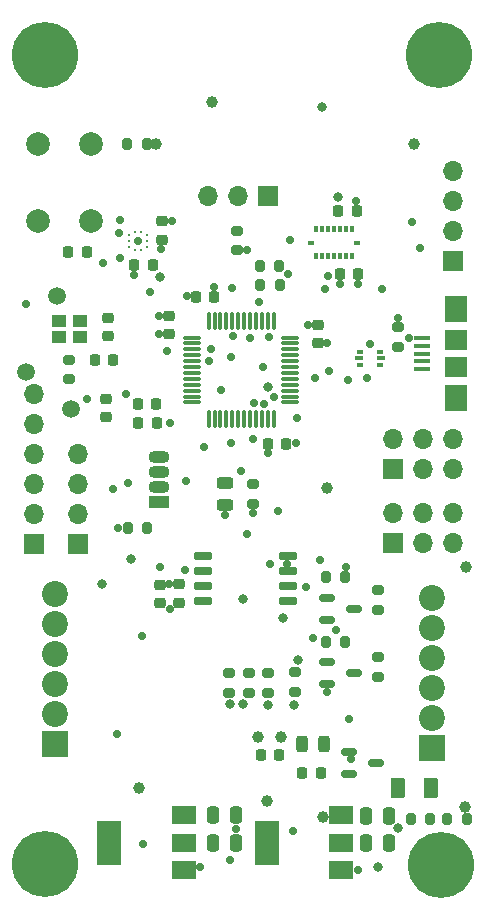
<source format=gbr>
%TF.GenerationSoftware,KiCad,Pcbnew,(7.0.0)*%
%TF.CreationDate,2023-07-06T10:13:40+01:00*%
%TF.ProjectId,wolf flight comp,776f6c66-2066-46c6-9967-687420636f6d,rev?*%
%TF.SameCoordinates,Original*%
%TF.FileFunction,Soldermask,Top*%
%TF.FilePolarity,Negative*%
%FSLAX46Y46*%
G04 Gerber Fmt 4.6, Leading zero omitted, Abs format (unit mm)*
G04 Created by KiCad (PCBNEW (7.0.0)) date 2023-07-06 10:13:40*
%MOMM*%
%LPD*%
G01*
G04 APERTURE LIST*
G04 Aperture macros list*
%AMRoundRect*
0 Rectangle with rounded corners*
0 $1 Rounding radius*
0 $2 $3 $4 $5 $6 $7 $8 $9 X,Y pos of 4 corners*
0 Add a 4 corners polygon primitive as box body*
4,1,4,$2,$3,$4,$5,$6,$7,$8,$9,$2,$3,0*
0 Add four circle primitives for the rounded corners*
1,1,$1+$1,$2,$3*
1,1,$1+$1,$4,$5*
1,1,$1+$1,$6,$7*
1,1,$1+$1,$8,$9*
0 Add four rect primitives between the rounded corners*
20,1,$1+$1,$2,$3,$4,$5,0*
20,1,$1+$1,$4,$5,$6,$7,0*
20,1,$1+$1,$6,$7,$8,$9,0*
20,1,$1+$1,$8,$9,$2,$3,0*%
G04 Aperture macros list end*
%ADD10RoundRect,0.225000X0.225000X0.250000X-0.225000X0.250000X-0.225000X-0.250000X0.225000X-0.250000X0*%
%ADD11RoundRect,0.200000X-0.275000X0.200000X-0.275000X-0.200000X0.275000X-0.200000X0.275000X0.200000X0*%
%ADD12RoundRect,0.150000X-0.650000X-0.150000X0.650000X-0.150000X0.650000X0.150000X-0.650000X0.150000X0*%
%ADD13RoundRect,0.200000X-0.200000X-0.275000X0.200000X-0.275000X0.200000X0.275000X-0.200000X0.275000X0*%
%ADD14R,1.700000X1.700000*%
%ADD15O,1.700000X1.700000*%
%ADD16RoundRect,0.225000X0.250000X-0.225000X0.250000X0.225000X-0.250000X0.225000X-0.250000X-0.225000X0*%
%ADD17RoundRect,0.200000X0.275000X-0.200000X0.275000X0.200000X-0.275000X0.200000X-0.275000X-0.200000X0*%
%ADD18R,2.200000X2.200000*%
%ADD19C,2.200000*%
%ADD20RoundRect,0.225000X-0.225000X-0.250000X0.225000X-0.250000X0.225000X0.250000X-0.225000X0.250000X0*%
%ADD21RoundRect,0.218750X0.256250X-0.218750X0.256250X0.218750X-0.256250X0.218750X-0.256250X-0.218750X0*%
%ADD22RoundRect,0.218750X0.218750X0.256250X-0.218750X0.256250X-0.218750X-0.256250X0.218750X-0.256250X0*%
%ADD23RoundRect,0.200000X0.200000X0.275000X-0.200000X0.275000X-0.200000X-0.275000X0.200000X-0.275000X0*%
%ADD24RoundRect,0.250000X0.375000X0.625000X-0.375000X0.625000X-0.375000X-0.625000X0.375000X-0.625000X0*%
%ADD25RoundRect,0.243750X0.456250X-0.243750X0.456250X0.243750X-0.456250X0.243750X-0.456250X-0.243750X0*%
%ADD26R,0.500000X0.375000*%
%ADD27R,0.650000X0.300000*%
%ADD28RoundRect,0.150000X-0.512500X-0.150000X0.512500X-0.150000X0.512500X0.150000X-0.512500X0.150000X0*%
%ADD29C,5.600000*%
%ADD30RoundRect,0.250000X-0.250000X-0.475000X0.250000X-0.475000X0.250000X0.475000X-0.250000X0.475000X0*%
%ADD31R,1.150000X1.000000*%
%ADD32R,0.250000X0.275000*%
%ADD33R,0.275000X0.250000*%
%ADD34R,1.800000X1.070000*%
%ADD35O,1.800000X1.070000*%
%ADD36R,2.000000X1.500000*%
%ADD37R,2.000000X3.800000*%
%ADD38RoundRect,0.075000X-0.662500X-0.075000X0.662500X-0.075000X0.662500X0.075000X-0.662500X0.075000X0*%
%ADD39RoundRect,0.075000X-0.075000X-0.662500X0.075000X-0.662500X0.075000X0.662500X-0.075000X0.662500X0*%
%ADD40RoundRect,0.225000X-0.250000X0.225000X-0.250000X-0.225000X0.250000X-0.225000X0.250000X0.225000X0*%
%ADD41R,1.400000X0.400000*%
%ADD42R,1.900000X2.300000*%
%ADD43R,1.900000X1.800000*%
%ADD44RoundRect,0.243750X-0.243750X-0.456250X0.243750X-0.456250X0.243750X0.456250X-0.243750X0.456250X0*%
%ADD45C,2.000000*%
%ADD46R,0.350000X0.590000*%
%ADD47R,0.590000X0.350000*%
%ADD48C,0.700000*%
%ADD49C,1.000000*%
%ADD50C,0.800000*%
%ADD51C,1.500000*%
G04 APERTURE END LIST*
D10*
%TO.C,C17*%
X156921800Y-89611200D03*
X155371800Y-89611200D03*
%TD*%
D11*
%TO.C,R8*%
X175641000Y-109411000D03*
X175641000Y-111061000D03*
%TD*%
D12*
%TO.C,U6*%
X160821000Y-100838000D03*
X160821000Y-102108000D03*
X160821000Y-103378000D03*
X160821000Y-104648000D03*
X168021000Y-104648000D03*
X168021000Y-103378000D03*
X168021000Y-102108000D03*
X168021000Y-100838000D03*
%TD*%
D13*
%TO.C,R13*%
X181550000Y-123100000D03*
X183200000Y-123100000D03*
%TD*%
D14*
%TO.C,J10*%
X181999999Y-75879999D03*
D15*
X181999999Y-73339999D03*
X181999999Y-70799999D03*
X181999999Y-68259999D03*
%TD*%
D16*
%TO.C,C19*%
X152781000Y-82207400D03*
X152781000Y-80657400D03*
%TD*%
D17*
%TO.C,R23*%
X168656000Y-112331000D03*
X168656000Y-110681000D03*
%TD*%
D11*
%TO.C,R21*%
X163703000Y-73280000D03*
X163703000Y-74930000D03*
%TD*%
D18*
%TO.C,J7*%
X180212999Y-117093999D03*
D19*
X180213000Y-114554000D03*
X180213000Y-112014000D03*
X180213000Y-109474000D03*
X180213000Y-106934000D03*
X180213000Y-104394000D03*
%TD*%
D20*
%TO.C,C6*%
X172425000Y-76962000D03*
X173975000Y-76962000D03*
%TD*%
D21*
%TO.C,FB2*%
X152654000Y-89101000D03*
X152654000Y-87526000D03*
%TD*%
D10*
%TO.C,C15*%
X161824000Y-78867000D03*
X160274000Y-78867000D03*
%TD*%
D22*
%TO.C,FB1*%
X170840500Y-119227600D03*
X169265500Y-119227600D03*
%TD*%
D23*
%TO.C,R16*%
X167325000Y-76300000D03*
X165675000Y-76300000D03*
%TD*%
D24*
%TO.C,F1*%
X180200000Y-120450000D03*
X177400000Y-120450000D03*
%TD*%
D25*
%TO.C,D3*%
X162687000Y-96520000D03*
X162687000Y-94645000D03*
%TD*%
D11*
%TO.C,R3*%
X177400000Y-81450000D03*
X177400000Y-83100000D03*
%TD*%
D16*
%TO.C,C9*%
X158833000Y-104788000D03*
X158833000Y-103238000D03*
%TD*%
D17*
%TO.C,R20*%
X163068000Y-112395000D03*
X163068000Y-110745000D03*
%TD*%
D26*
%TO.C,U3*%
X175855999Y-84637499D03*
D27*
X175930999Y-84099999D03*
D26*
X175855999Y-83562499D03*
X174155999Y-83562499D03*
D27*
X174080999Y-84099999D03*
D26*
X174155999Y-84637499D03*
%TD*%
D20*
%TO.C,C14*%
X166344000Y-91313000D03*
X167894000Y-91313000D03*
%TD*%
D14*
%TO.C,J6*%
X176910999Y-99694999D03*
D15*
X176910999Y-97154999D03*
X179450999Y-99694999D03*
X179450999Y-97154999D03*
X181990999Y-99694999D03*
X181990999Y-97154999D03*
%TD*%
D23*
%TO.C,R14*%
X167350000Y-77900000D03*
X165700000Y-77900000D03*
%TD*%
D13*
%TO.C,R6*%
X154500000Y-98450000D03*
X156150000Y-98450000D03*
%TD*%
D28*
%TO.C,Q1*%
X173202600Y-117398800D03*
X173202600Y-119298800D03*
X175477600Y-118348800D03*
%TD*%
D14*
%TO.C,J2*%
X150240999Y-99821999D03*
D15*
X150240999Y-97281999D03*
X150240999Y-94741999D03*
X150240999Y-92201999D03*
%TD*%
D20*
%TO.C,C8*%
X155054000Y-76200000D03*
X156604000Y-76200000D03*
%TD*%
D11*
%TO.C,R11*%
X175630000Y-103757000D03*
X175630000Y-105407000D03*
%TD*%
D10*
%TO.C,C18*%
X156895800Y-87985600D03*
X155345800Y-87985600D03*
%TD*%
D29*
%TO.C,H4*%
X147447000Y-126873000D03*
%TD*%
D30*
%TO.C,C3*%
X174691000Y-125095000D03*
X176591000Y-125095000D03*
%TD*%
D11*
%TO.C,R22*%
X149479000Y-84226400D03*
X149479000Y-85876400D03*
%TD*%
D31*
%TO.C,Y1*%
X150437999Y-80921999D03*
X148687999Y-80921999D03*
X148687999Y-82321999D03*
X150437999Y-82321999D03*
%TD*%
D32*
%TO.C,U5*%
X155570499Y-73397499D03*
X155070499Y-73397499D03*
D33*
X154557999Y-73659999D03*
X154557999Y-74159999D03*
X154557999Y-74659999D03*
D32*
X155070499Y-74922499D03*
X155570499Y-74922499D03*
D33*
X156082999Y-74659999D03*
X156082999Y-74159999D03*
X156082999Y-73659999D03*
%TD*%
D34*
%TO.C,D2*%
X157098999Y-96265999D03*
D35*
X157098999Y-94995999D03*
X157098999Y-93725999D03*
X157098999Y-92455999D03*
%TD*%
D14*
%TO.C,J5*%
X176910999Y-93471999D03*
D15*
X176910999Y-90931999D03*
X179450999Y-93471999D03*
X179450999Y-90931999D03*
X181990999Y-93471999D03*
X181990999Y-90931999D03*
%TD*%
D36*
%TO.C,U1*%
X172567999Y-127394999D03*
X172567999Y-125094999D03*
D37*
X166267999Y-125094999D03*
D36*
X172567999Y-122794999D03*
%TD*%
D11*
%TO.C,R10*%
X165100000Y-94775000D03*
X165100000Y-96425000D03*
%TD*%
D38*
%TO.C,U7*%
X159921500Y-82340000D03*
X159921500Y-82840000D03*
X159921500Y-83340000D03*
X159921500Y-83840000D03*
X159921500Y-84340000D03*
X159921500Y-84840000D03*
X159921500Y-85340000D03*
X159921500Y-85840000D03*
X159921500Y-86340000D03*
X159921500Y-86840000D03*
X159921500Y-87340000D03*
X159921500Y-87840000D03*
D39*
X161334000Y-89252500D03*
X161834000Y-89252500D03*
X162334000Y-89252500D03*
X162834000Y-89252500D03*
X163334000Y-89252500D03*
X163834000Y-89252500D03*
X164334000Y-89252500D03*
X164834000Y-89252500D03*
X165334000Y-89252500D03*
X165834000Y-89252500D03*
X166334000Y-89252500D03*
X166834000Y-89252500D03*
D38*
X168246500Y-87840000D03*
X168246500Y-87340000D03*
X168246500Y-86840000D03*
X168246500Y-86340000D03*
X168246500Y-85840000D03*
X168246500Y-85340000D03*
X168246500Y-84840000D03*
X168246500Y-84340000D03*
X168246500Y-83840000D03*
X168246500Y-83340000D03*
X168246500Y-82840000D03*
X168246500Y-82340000D03*
D39*
X166834000Y-80927500D03*
X166334000Y-80927500D03*
X165834000Y-80927500D03*
X165334000Y-80927500D03*
X164834000Y-80927500D03*
X164334000Y-80927500D03*
X163834000Y-80927500D03*
X163334000Y-80927500D03*
X162834000Y-80927500D03*
X162334000Y-80927500D03*
X161834000Y-80927500D03*
X161334000Y-80927500D03*
%TD*%
D40*
%TO.C,C7*%
X157353000Y-72491000D03*
X157353000Y-74041000D03*
%TD*%
D20*
%TO.C,C20*%
X151701200Y-84226400D03*
X153251200Y-84226400D03*
%TD*%
D41*
%TO.C,J1*%
X179399999Y-84999999D03*
X179399999Y-84349999D03*
X179399999Y-83699999D03*
X179399999Y-83049999D03*
X179399999Y-82399999D03*
D42*
X182249999Y-87449999D03*
D43*
X182249999Y-84849999D03*
X182249999Y-82549999D03*
D42*
X182249999Y-79949999D03*
%TD*%
D28*
%TO.C,Q2*%
X171334000Y-109794000D03*
X171334000Y-111694000D03*
X173609000Y-110744000D03*
%TD*%
%TO.C,Q3*%
X171323000Y-104394000D03*
X171323000Y-106294000D03*
X173598000Y-105344000D03*
%TD*%
D14*
%TO.C,J3*%
X146557999Y-99821999D03*
D15*
X146557999Y-97281999D03*
X146557999Y-94741999D03*
X146557999Y-92201999D03*
X146557999Y-89661999D03*
X146557999Y-87121999D03*
%TD*%
D18*
%TO.C,J4*%
X148335999Y-116712999D03*
D19*
X148336000Y-114173000D03*
X148336000Y-111633000D03*
X148336000Y-109093000D03*
X148336000Y-106553000D03*
X148336000Y-104013000D03*
%TD*%
D30*
%TO.C,C2*%
X161737000Y-122783600D03*
X163637000Y-122783600D03*
%TD*%
D17*
%TO.C,R18*%
X164719000Y-112394000D03*
X164719000Y-110744000D03*
%TD*%
D36*
%TO.C,U2*%
X159232999Y-127394999D03*
X159232999Y-125094999D03*
D37*
X152932999Y-125094999D03*
D36*
X159232999Y-122794999D03*
%TD*%
D14*
%TO.C,J9*%
X166369999Y-70357999D03*
D15*
X163829999Y-70357999D03*
X161289999Y-70357999D03*
%TD*%
D10*
%TO.C,C5*%
X173863000Y-71628000D03*
X172313000Y-71628000D03*
%TD*%
D23*
%TO.C,R9*%
X172910000Y-102616000D03*
X171260000Y-102616000D03*
%TD*%
D13*
%TO.C,R17*%
X154433000Y-65938400D03*
X156083000Y-65938400D03*
%TD*%
D16*
%TO.C,C16*%
X170561000Y-82817000D03*
X170561000Y-81267000D03*
%TD*%
D29*
%TO.C,H1*%
X180975000Y-127000000D03*
%TD*%
D11*
%TO.C,R19*%
X166370000Y-110745000D03*
X166370000Y-112395000D03*
%TD*%
D44*
%TO.C,D1*%
X169262500Y-116750000D03*
X171137500Y-116750000D03*
%TD*%
D20*
%TO.C,C11*%
X149466000Y-75057000D03*
X151016000Y-75057000D03*
%TD*%
D10*
%TO.C,C12*%
X167275000Y-117700000D03*
X165725000Y-117700000D03*
%TD*%
D29*
%TO.C,H2*%
X147447000Y-58420000D03*
%TD*%
D16*
%TO.C,C10*%
X157182000Y-104801000D03*
X157182000Y-103251000D03*
%TD*%
D29*
%TO.C,H3*%
X180848000Y-58420000D03*
%TD*%
D45*
%TO.C,SW1*%
X146848000Y-72465000D03*
X146848000Y-65965000D03*
X151348000Y-72465000D03*
X151348000Y-65965000D03*
%TD*%
D13*
%TO.C,R12*%
X178451200Y-123100000D03*
X180101200Y-123100000D03*
%TD*%
D46*
%TO.C,U4*%
X170447999Y-73129999D03*
X170947999Y-73129999D03*
X171447999Y-73129999D03*
X171947999Y-73129999D03*
X172447999Y-73129999D03*
X172947999Y-73129999D03*
X173447999Y-73129999D03*
D47*
X173862999Y-74294999D03*
D46*
X173447999Y-75459999D03*
X172947999Y-75459999D03*
X172447999Y-75459999D03*
X171947999Y-75459999D03*
X171447999Y-75459999D03*
X170947999Y-75459999D03*
X170447999Y-75459999D03*
D47*
X170032999Y-74294999D03*
%TD*%
D16*
%TO.C,C21*%
X157988000Y-82068000D03*
X157988000Y-80518000D03*
%TD*%
D30*
%TO.C,C4*%
X161737000Y-125095000D03*
X163637000Y-125095000D03*
%TD*%
%TO.C,C1*%
X174691000Y-122809000D03*
X176591000Y-122809000D03*
%TD*%
D23*
%TO.C,R7*%
X172910000Y-108141000D03*
X171260000Y-108141000D03*
%TD*%
D48*
X171323000Y-112369600D03*
X161800000Y-78050000D03*
X158038800Y-105359200D03*
X172135800Y-107137200D03*
X166350000Y-92150000D03*
D49*
X183000000Y-122100000D03*
D48*
X153850000Y-75600000D03*
X158050000Y-89611200D03*
D49*
X161650000Y-62400000D03*
D48*
X163144200Y-126542800D03*
X171336459Y-82786459D03*
D50*
X177350000Y-123850000D03*
D48*
X173950000Y-77800000D03*
D51*
X148463000Y-78841600D03*
D48*
X163626800Y-123952000D03*
X162687000Y-97358200D03*
X178300000Y-82400000D03*
X165900000Y-84800000D03*
X164550000Y-98950000D03*
X154300000Y-87100000D03*
X172950000Y-101800000D03*
X173385891Y-118024223D03*
X153700000Y-98450000D03*
X157302200Y-74828400D03*
X157150000Y-80500000D03*
X175000000Y-82900000D03*
X153750000Y-73500000D03*
D50*
X172300000Y-70450000D03*
D49*
X167450000Y-116200000D03*
D48*
X155778200Y-125247400D03*
X145850000Y-79474701D03*
D51*
X149700000Y-88350000D03*
D49*
X155400000Y-120500000D03*
X171350000Y-95100000D03*
D50*
X175700000Y-127150000D03*
D49*
X171000000Y-122900000D03*
X183150000Y-101750000D03*
X178700000Y-65950000D03*
D48*
X169750000Y-81250000D03*
X159500000Y-78850000D03*
X173850000Y-70800000D03*
X168700000Y-91300000D03*
X165076608Y-97177314D03*
X151050000Y-87550000D03*
X158250000Y-72500000D03*
D49*
X165500000Y-116150000D03*
D51*
X145850500Y-85250000D03*
D48*
X157150000Y-82050000D03*
X153250000Y-95150000D03*
X168000000Y-101500000D03*
D49*
X166250000Y-121550000D03*
X156900000Y-65950000D03*
D48*
X163200000Y-84000000D03*
X177400000Y-80700000D03*
X168050000Y-76950000D03*
X168500000Y-124102000D03*
X172450000Y-77800000D03*
X155050000Y-77050000D03*
X158000000Y-103200000D03*
X173950000Y-127400000D03*
X163300000Y-78150000D03*
X164550000Y-74900000D03*
X174700000Y-85800000D03*
X173250000Y-114600000D03*
X160900000Y-91650000D03*
X159449500Y-94500000D03*
X169600000Y-103450000D03*
D50*
X154750000Y-101100000D03*
D48*
X164100000Y-93600000D03*
X159350000Y-102000000D03*
D50*
X164250000Y-104500000D03*
D48*
X163200000Y-91250000D03*
D50*
X168925000Y-109625000D03*
X167650000Y-106100000D03*
X152300000Y-103200000D03*
X166400000Y-86500000D03*
D48*
X162350000Y-86800000D03*
X153850000Y-72400000D03*
X165600000Y-79300000D03*
X175999500Y-78200000D03*
D50*
X170900000Y-62800000D03*
D48*
X179250000Y-74800000D03*
X178550000Y-72600000D03*
X166850000Y-87350000D03*
X173100000Y-85900000D03*
X152400000Y-76000000D03*
X157800000Y-83500000D03*
X170350000Y-85800000D03*
X155350000Y-74200000D03*
D50*
X157250000Y-77250500D03*
D48*
X156400000Y-78500000D03*
X164850000Y-82350000D03*
X168250000Y-74100000D03*
X168800000Y-89150000D03*
X171200000Y-78200500D03*
X163400000Y-82250000D03*
X171400000Y-77100000D03*
X166450000Y-82300000D03*
X171500000Y-85150000D03*
X165150000Y-87900000D03*
X170750000Y-101200000D03*
X170174276Y-107760372D03*
X166029763Y-87992590D03*
D50*
X163100000Y-113400000D03*
X164250000Y-113400000D03*
X166400000Y-113450000D03*
X168600000Y-113450000D03*
D48*
X160600000Y-127200000D03*
X161400000Y-84350000D03*
X154500000Y-94650000D03*
X161550000Y-83350000D03*
X155650000Y-107600000D03*
X167208931Y-96991069D03*
X166550000Y-101500000D03*
X165050500Y-90900000D03*
X157200000Y-101800000D03*
X153550000Y-115900000D03*
M02*

</source>
